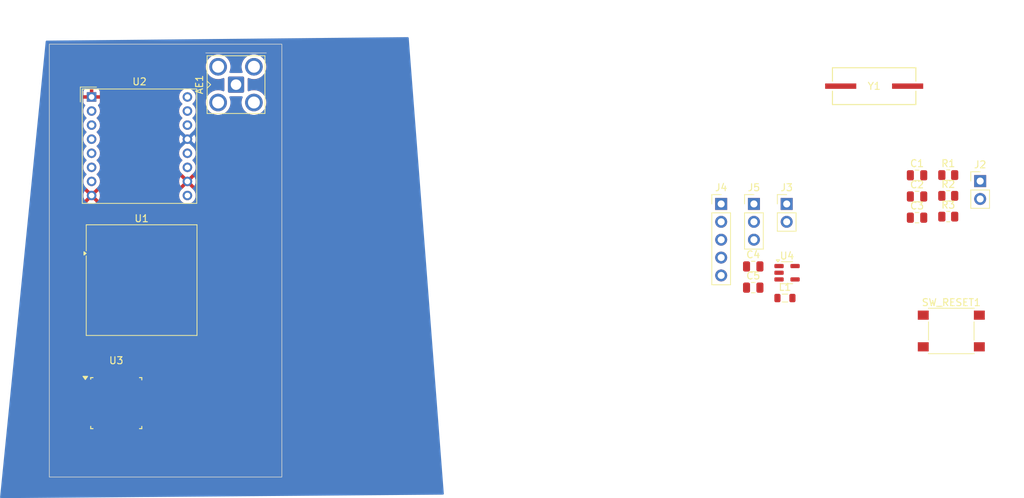
<source format=kicad_pcb>
(kicad_pcb (version 20240108) (generator "pcbnew") (generator_version "8.0")
  (layers (0 "F.Cu" signal) (31 "B.Cu" signal) (34 "B.Paste" user) (35 "F.Paste" user) (36 "B.SilkS" user "B.Silkscreen") (37 "F.SilkS" user "F.Silkscreen") (38 "B.Mask" user) (39 "F.Mask" user) (44 "Edge.Cuts" user))
  (net 0 "")
  (net 1 "Net-(AE1-A)")
  (net 2 "Net-(U3-AREF)")
  (net 3 "GND")
  (net 4 "Net-(U3-XTAL1{slash}PB6)")
  (net 5 "Net-(U3-XTAL2{slash}PB7)")
  (net 6 "INPUT_VOLTAGE")
  (net 7 "+3.3V")
  (net 8 "Net-(J2-Pin_2)")
  (net 9 "Net-(J2-Pin_1)")
  (net 10 "/I2C_SDA")
  (net 11 "/SCK")
  (net 12 "/MOSI")
  (net 13 "/I2C_SCL")
  (net 14 "/MISO")
  (net 15 "Net-(U4-SW)")
  (net 16 "/mcu/RX")
  (net 17 "/mcu/TX")
  (net 18 "Net-(R3-Pad2)")
  (net 19 "/mcu/RESET")
  (net 28 "/transceiver_CS")
  (net 31 "/RESET")
  (footprint "Capacitor_SMD:C_0805_2012Metric" (layer "F.Cu") (at 223.1575 68.63)
    (property "Reference" "C1" (at 0 -1.68 0) (layer "F.SilkS"))
    (property "Value" "100nF")
    (fp_line (start -0.261252 -0.735) (end 0.261252 -0.735) (stroke (width 0.12)) (layer "F.SilkS"))
    (fp_line (start -0.261252 0.735) (end 0.261252 0.735) (stroke (width 0.12)) (layer "F.SilkS"))
    (pad "1" smd roundrect (at -0.95 0) (size 1 1.45) (layers "F.Cu" "F.Paste" "F.Mask") (net 3 "GND"))
    (pad "2" smd roundrect (at 0.95 0) (size 1 1.45) (layers "F.Cu" "F.Paste" "F.Mask") (net 2 "Net-(U3-AREF)"))
  )
  (footprint "Capacitor_SMD:C_0805_2012Metric" (layer "F.Cu") (at 223.1575 74.65)
    (property "Reference" "C3" (at 0 -1.68 0) (layer "F.SilkS"))
    (property "Value" "22pF")
    (fp_line (start -0.261252 -0.735) (end 0.261252 -0.735) (stroke (width 0.12)) (layer "F.SilkS"))
    (fp_line (start -0.261252 0.735) (end 0.261252 0.735) (stroke (width 0.12)) (layer "F.SilkS"))
    (pad "1" smd roundrect (at -0.95 0) (size 1 1.45) (layers "F.Cu" "F.Paste" "F.Mask") (net 5 "Net-(U3-XTAL2{slash}PB7)"))
    (pad "2" smd roundrect (at 0.95 0) (size 1 1.45) (layers "F.Cu" "F.Paste" "F.Mask") (net 3 "GND"))
  )
  (footprint "Package_TO_SOT_SMD:TSOT-23-5" (layer "F.Cu") (at 204.7075 82.475)
    (property "Reference" "U4" (at 0 -2.4 0) (layer "F.SilkS"))
    (property "Value" "LM3670MF")
    (fp_line (start 0 -1.56) (end -0.8 -1.56) (stroke (width 0.12)) (layer "F.SilkS"))
    (fp_line (start 0 -1.56) (end 0.8 -1.56) (stroke (width 0.12)) (layer "F.SilkS"))
    (fp_line (start 0 1.56) (end -0.8 1.56) (stroke (width 0.12)) (layer "F.SilkS"))
    (fp_line (start 0 1.56) (end 0.8 1.56) (stroke (width 0.12)) (layer "F.SilkS"))
    (fp_poly (pts (xy -1.3 -1.51) (xy -1.54 -1.84) (xy -1.06 -1.84) (xy -1.3 -1.51)) (stroke (width 0.12)) (fill solid) (layer "F.SilkS"))
    (pad "1" smd roundrect (at -1.1375 -0.95) (size 1.325 0.6) (layers "F.Cu" "F.Paste" "F.Mask") (net 6 "INPUT_VOLTAGE"))
    (pad "2" smd roundrect (at -1.1375 0) (size 1.325 0.6) (layers "F.Cu" "F.Paste" "F.Mask") (net 3 "GND"))
    (pad "3" smd roundrect (at -1.1375 0.95) (size 1.325 0.6) (layers "F.Cu" "F.Paste" "F.Mask"))
    (pad "4" smd roundrect (at 1.1375 0.95) (size 1.325 0.6) (layers "F.Cu" "F.Paste" "F.Mask") (net 7 "+3.3V"))
    (pad "5" smd roundrect (at 1.1375 -0.95) (size 1.325 0.6) (layers "F.Cu" "F.Paste" "F.Mask") (net 15 "Net-(U4-SW)"))
  )
  (footprint "Connector_Coaxial:SMA_Amphenol_901-143_Horizontal" (layer "F.Cu") (at 126.5 55.75)
    (property "Reference" "AE1" (at -5.2 0 90) (layer "F.SilkS"))
    (property "Value" "Antenna")
    (fp_line (start -4.1 -4.1) (end -4.1 4.1) (stroke (width 0.12)) (layer "F.SilkS"))
    (fp_line (start -4.1 -4.1) (end 4.1 -4.1) (stroke (width 0.12)) (layer "F.SilkS"))
    (fp_line (start -4.1 0.5) (end -3.6 0) (stroke (width 0.12)) (layer "F.SilkS"))
    (fp_line (start -4.1 4.1) (end 4.1 4.1) (stroke (width 0.12)) (layer "F.SilkS"))
    (fp_line (start -3.6 0) (end -4.1 -0.5) (stroke (width 0.12)) (layer "F.SilkS"))
    (fp_line (start 4.1 -4.1) (end 4.1 4.1) (stroke (width 0.12)) (layer "F.SilkS"))
    (fp_line (start 4.3 -4.5) (end -4.3 -4.5) (stroke (width 0.1)) (layer "Edge.Cuts"))
    (pad "1" thru_hole roundrect (at 0 0) (size 2.3 2.3) (drill 1.5) (layers "*.Cu" "*.Mask") (roundrect_rratio 0.087) (net 1 "Net-(AE1-A)"))
    (pad "2" thru_hole circle (at -2.54 -2.54) (size 2.5 2.5) (drill 1.7) (layers "*.Cu" "*.Mask"))
    (pad "2" thru_hole circle (at -2.54 2.54) (size 2.5 2.5) (drill 1.7) (layers "*.Cu" "*.Mask"))
    (pad "2" thru_hole circle (at 2.54 -2.54) (size 2.5 2.5) (drill 1.7) (layers "*.Cu" "*.Mask"))
    (pad "2" thru_hole circle (at 2.54 2.54) (size 2.5 2.5) (drill 1.7) (layers "*.Cu" "*.Mask"))
  )
  (footprint "Inductor_SMD:L_0805_2012Metric" (layer "F.Cu") (at 204.4075 86.07)
    (property "Reference" "L1" (at 0 -1.55 0) (layer "F.SilkS"))
    (property "Value" "2.2 uH")
    (fp_line (start -0.399622 -0.56) (end 0.399622 -0.56) (stroke (width 0.12)) (layer "F.SilkS"))
    (fp_line (start -0.399622 0.56) (end 0.399622 0.56) (stroke (width 0.12)) (layer "F.SilkS"))
    (pad "1" smd roundrect (at -1.0625 0) (size 0.875 1.2) (layers "F.Cu" "F.Paste" "F.Mask") (net 15 "Net-(U4-SW)"))
    (pad "2" smd roundrect (at 1.0625 0) (size 0.875 1.2) (layers "F.Cu" "F.Paste" "F.Mask") (net 7 "+3.3V"))
  )
  (footprint "Capacitor_SMD:C_0805_2012Metric" (layer "F.Cu") (at 199.9075 81.58)
    (property "Reference" "C4" (at 0 -1.68 0) (layer "F.SilkS"))
    (property "Value" "4.7uF")
    (fp_line (start -0.261252 -0.735) (end 0.261252 -0.735) (stroke (width 0.12)) (layer "F.SilkS"))
    (fp_line (start -0.261252 0.735) (end 0.261252 0.735) (stroke (width 0.12)) (layer "F.SilkS"))
    (pad "1" smd roundrect (at -0.95 0) (size 1 1.45) (layers "F.Cu" "F.Paste" "F.Mask") (net 6 "INPUT_VOLTAGE"))
    (pad "2" smd roundrect (at 0.95 0) (size 1 1.45) (layers "F.Cu" "F.Paste" "F.Mask") (net 3 "GND"))
  )
  (footprint "Resistor_SMD:R_0805_2012Metric" (layer "F.Cu") (at 227.5875 74.5)
    (property "Reference" "R3" (at 0 -1.65 0) (layer "F.SilkS"))
    (property "Value" "10k")
    (fp_line (start -0.227064 -0.735) (end 0.227064 -0.735) (stroke (width 0.12)) (layer "F.SilkS"))
    (fp_line (start -0.227064 0.735) (end 0.227064 0.735) (stroke (width 0.12)) (layer "F.SilkS"))
    (pad "1" smd roundrect (at -0.9125 0) (size 1.025 1.4) (layers "F.Cu" "F.Paste" "F.Mask") (roundrect_rratio 0.243902) (net 19 "/mcu/RESET"))
    (pad "2" smd roundrect (at 0.9125 0) (size 1.025 1.4) (layers "F.Cu" "F.Paste" "F.Mask") (roundrect_rratio 0.243902) (net 18 "Net-(R3-Pad2)"))
  )
  (footprint "footprints:XTAL_ABLS-16_ABR" (layer "F.Cu") (at 217.0723 55.9644)
    (property "Reference" "Y1" (at 0 0 0) (layer "F.SilkS"))
    (property "Value" "Crystal")
    (fp_line (start -5.9182 -2.6162) (end -5.9182 -0.71374) (stroke (width 0.1524)) (layer "F.SilkS"))
    (fp_line (start -5.9182 0.71374) (end -5.9182 2.6162) (stroke (width 0.1524)) (layer "F.SilkS"))
    (fp_line (start -5.9182 2.6162) (end 5.9182 2.6162) (stroke (width 0.1524)) (layer "F.SilkS"))
    (fp_line (start 5.9182 -2.6162) (end -5.9182 -2.6162) (stroke (width 0.1524)) (layer "F.SilkS"))
    (fp_line (start 5.9182 -0.71374) (end 5.9182 -2.6162) (stroke (width 0.1524)) (layer "F.SilkS"))
    (fp_line (start 5.9182 2.6162) (end 5.9182 0.71374) (stroke (width 0.1524)) (layer "F.SilkS"))
    (pad "1" smd rect (at -4.7498 0) (size 4.4196 0.762) (layers "F.Cu" "F.Paste" "F.Mask") (net 5 "Net-(U3-XTAL2{slash}PB7)"))
    (pad "2" smd rect (at 4.7498 0) (size 4.4196 0.762) (layers "F.Cu" "F.Paste" "F.Mask") (net 4 "Net-(U3-XTAL1{slash}PB6)"))
  )
  (footprint "Resistor_SMD:R_0805_2012Metric" (layer "F.Cu") (at 227.5875 71.55)
    (property "Reference" "R2" (at 0 -1.65 0) (layer "F.SilkS"))
    (property "Value" "1k")
    (fp_line (start -0.227064 -0.735) (end 0.227064 -0.735) (stroke (width 0.12)) (layer "F.SilkS"))
    (fp_line (start -0.227064 0.735) (end 0.227064 0.735) (stroke (width 0.12)) (layer "F.SilkS"))
    (pad "1" smd roundrect (at -0.9125 0) (size 1.025 1.4) (layers "F.Cu" "F.Paste" "F.Mask") (roundrect_rratio 0.243902) (net 17 "/mcu/TX"))
    (pad "2" smd roundrect (at 0.9125 0) (size 1.025 1.4) (layers "F.Cu" "F.Paste" "F.Mask") (roundrect_rratio 0.243902) (net 9 "Net-(J2-Pin_1)"))
  )
  (footprint "Connector_PinHeader_2.54mm:PinHeader_1x03_P2.54mm_Vertical" (layer "F.Cu") (at 200.0075 72.7)
    (property "Reference" "J5" (at 0 -2.33 0) (layer "F.SilkS"))
    (property "Value" "Conn_01x03_Pin")
    (fp_line (start -1.33 -1.33) (end 0 -1.33) (stroke (width 0.12)) (layer "F.SilkS"))
    (fp_line (start -1.33 0) (end -1.33 -1.33) (stroke (width 0.12)) (layer "F.SilkS"))
    (fp_line (start -1.33 1.27) (end -1.33 6.41) (stroke (width 0.12)) (layer "F.SilkS"))
    (fp_line (start -1.33 1.27) (end 1.33 1.27) (stroke (width 0.12)) (layer "F.SilkS"))
    (fp_line (start -1.33 6.41) (end 1.33 6.41) (stroke (width 0.12)) (layer "F.SilkS"))
    (fp_line (start 1.33 1.27) (end 1.33 6.41) (stroke (width 0.12)) (layer "F.SilkS"))
    (pad "1" thru_hole rect (at 0 0) (size 1.7 1.7) (drill 1) (layers "*.Cu" "*.Mask") (net 6 "INPUT_VOLTAGE"))
    (pad "2" thru_hole oval (at 0 2.54) (size 1.7 1.7) (drill 1) (layers "*.Cu" "*.Mask") (net 7 "+3.3V"))
    (pad "3" thru_hole oval (at 0 5.08) (size 1.7 1.7) (drill 1) (layers "*.Cu" "*.Mask") (net 3 "GND"))
  )
  (footprint "Package_QFP:TQFP-32_7x7mm_P0.8mm" (layer "F.Cu") (at 109.5 101)
    (property "Reference" "U3" (at 0 -6.05 0) (layer "F.SilkS"))
    (property "Value" "ATmega328PB-A")
    (fp_line (start -3.625 -3.625) (end -3.625 -3.4) (stroke (width 0.15)) (layer "F.SilkS"))
    (fp_line (start -3.625 -3.625) (end -3.3 -3.625) (stroke (width 0.15)) (layer "F.SilkS"))
    (fp_line (start -3.625 3.625) (end -3.625 3.3) (stroke (width 0.15)) (layer "F.SilkS"))
    (fp_line (start -3.625 3.625) (end -3.3 3.625) (stroke (width 0.15)) (layer "F.SilkS"))
    (fp_line (start 3.625 -3.625) (end 3.3 -3.625) (stroke (width 0.15)) (layer "F.SilkS"))
    (fp_line (start 3.625 -3.625) (end 3.625 -3.3) (stroke (width 0.15)) (layer "F.SilkS"))
    (fp_line (start 3.625 3.625) (end 3.3 3.625) (stroke (width 0.15)) (layer "F.SilkS"))
    (fp_line (start 3.625 3.625) (end 3.625 3.3) (stroke (width 0.15)) (layer "F.SilkS"))
    (fp_poly (pts (xy -4.39 -3.34) (xy -4.73 -3.81) (xy -4.05 -3.81) (xy -4.39 -3.34)) (stroke (width 0.12)) (fill solid) (layer "F.SilkS"))
    (pad "1" smd rect (at -4.25 -2.8) (size 1.6 0.55) (layers "F.Cu" "F.Paste" "F.Mask"))
    (pad "2" smd rect (at -4.25 -2) (size 1.6 0.55) (layers "F.Cu" "F.Paste" "F.Mask"))
    (pad "3" smd rect (at -4.25 -1.2) (size 1.6 0.55) (layers "F.Cu" "F.Paste" "F.Mask"))
    (pad "4" smd rect (at -4.25 -0.4) (size 1.6 0.55) (layers "F.Cu" "F.Paste" "F.Mask") (net 7 "+3.3V"))
    (pad "5" smd rect (at -4.25 0.4) (size 1.6 0.55) (layers "F.Cu" "F.Paste" "F.Mask") (net 3 "GND"))
    (pad "6" smd rect (at -4.25 1.2) (size 1.6 0.55) (layers "F.Cu" "F.Paste" "F.Mask"))
    (pad "7" smd rect (at -4.25 2) (size 1.6 0.55) (layers "F.Cu" "F.Paste" "F.Mask") (net 4 "Net-(U3-XTAL1{slash}PB6)"))
    (pad "8" smd rect (at -4.25 2.8) (size 1.6 0.55) (layers "F.Cu" "F.Paste" "F.Mask") (net 5 "Net-(U3-XTAL2{slash}PB7)"))
    (pad "9" smd rect (at -2.8 4.25 90) (size 1.6 0.55) (layers "F.Cu" "F.Paste" "F.Mask"))
    (pad "10" smd rect (at -2 4.25 90) (size 1.6 0.55) (layers "F.Cu" "F.Paste" "F.Mask"))
    (pad "11" smd rect (at -1.2 4.25 90) (size 1.6 0.55) (layers "F.Cu" "F.Paste" "F.Mask"))
    (pad "12" smd rect (at -0.4 4.25 90) (size 1.6 0.55) (layers "F.Cu" "F.Paste" "F.Mask"))
    (pad "13" smd rect (at 0.4 4.25 90) (size 1.6 0.55) (layers "F.Cu" "F.Paste" "F.Mask"))
    (pad "14" smd rect (at 1.2 4.25 90) (size 1.6 0.55) (layers "F.Cu" "F.Paste" "F.Mask"))
    (pad "15" smd rect (at 2 4.25 90) (size 1.6 0.55) (layers "F.Cu" "F.Paste" "F.Mask") (net 14 "/MISO"))
    (pad "16" smd rect (at 2.8 4.25 90) (size 1.6 0.55) (layers "F.Cu" "F.Paste" "F.Mask") (net 12 "/MOSI"))
    (pad "17" smd rect (at 4.25 2.8) (size 1.6 0.55) (layers "F.Cu" "F.Paste" "F.Mask") (net 11 "/SCK"))
    (pad "18" smd rect (at 4.25 2) (size 1.6 0.55) (layers "F.Cu" "F.Paste" "F.Mask") (net 7 "+3.3V"))
    (pad "19" smd rect (at 4.25 1.2) (size 1.6 0.55) (layers "F.Cu" "F.Paste" "F.Mask") (net 28 "/transceiver_CS"))
    (pad "20" smd rect (at 4.25 0.4) (size 1.6 0.55) (layers "F.Cu" "F.Paste" "F.Mask") (net 2 "Net-(U3-AREF)"))
    (pad "21" smd rect (at 4.25 -0.4) (size 1.6 0.55) (layers "F.Cu" "F.Paste" "F.Mask") (net 3 "GND"))
    (pad "22" smd rect (at 4.25 -1.2) (size 1.6 0.55) (layers "F.Cu" "F.Paste" "F.Mask"))
    (pad "23" smd rect (at 4.25 -2) (size 1.6 0.55) (layers "F.Cu" "F.Paste" "F.Mask"))
    (pad "24" smd rect (at 4.25 -2.8) (size 1.6 0.55) (layers "F.Cu" "F.Paste" "F.Mask"))
    (pad "25" smd rect (at 2.8 -4.25 90) (size 1.6 0.55) (layers "F.Cu" "F.Paste" "F.Mask"))
    (pad "26" smd rect (at 2 -4.25 90) (size 1.6 0.55) (layers "F.Cu" "F.Paste" "F.Mask"))
    (pad "27" smd rect (at 1.2 -4.25 90) (size 1.6 0.55) (layers "F.Cu" "F.Paste" "F.Mask") (net 10 "/I2C_SDA"))
    (pad "28" smd rect (at 0.4 -4.25 90) (size 1.6 0.55) (layers "F.Cu" "F.Paste" "F.Mask") (net 13 "/I2C_SCL"))
    (pad "29" smd rect (at -0.4 -4.25 90) (size 1.6 0.55) (layers "F.Cu" "F.Paste" "F.Mask") (net 19 "/mcu/RESET"))
    (pad "30" smd rect (at -1.2 -4.25 90) (size 1.6 0.55) (layers "F.Cu" "F.Paste" "F.Mask") (net 16 "/mcu/RX"))
    (pad "31" smd rect (at -2 -4.25 90) (size 1.6 0.55) (layers "F.Cu" "F.Paste" "F.Mask") (net 17 "/mcu/TX"))
    (pad "32" smd rect (at -2.8 -4.25 90) (size 1.6 0.55) (layers "F.Cu" "F.Paste" "F.Mask"))
  )
  (footprint "Connector_PinHeader_2.54mm:PinHeader_1x02_P2.54mm_Vertical" (layer "F.Cu") (at 232.1175 69.45)
    (property "Reference" "J2" (at 0 -2.33 0) (layer "F.SilkS"))
    (property "Value" "Conn_01x02_Pin")
    (fp_line (start -1.33 -1.33) (end 0 -1.33) (stroke (width 0.12)) (layer "F.SilkS"))
    (fp_line (start -1.33 0) (end -1.33 -1.33) (stroke (width 0.12)) (layer "F.SilkS"))
    (fp_line (start -1.33 1.27) (end -1.33 3.87) (stroke (width 0.12)) (layer "F.SilkS"))
    (fp_line (start -1.33 1.27) (end 1.33 1.27) (stroke (width 0.12)) (layer "F.SilkS"))
    (fp_line (start -1.33 3.87) (end 1.33 3.87) (stroke (width 0.12)) (layer "F.SilkS"))
    (fp_line (start 1.33 1.27) (end 1.33 3.87) (stroke (width 0.12)) (layer "F.SilkS"))
    (pad "1" thru_hole rect (at 0 0) (size 1.7 1.7) (drill 1) (layers "*.Cu" "*.Mask") (net 9 "Net-(J2-Pin_1)"))
    (pad "2" thru_hole oval (at 0 2.54) (size 1.7 1.7) (drill 1) (layers "*.Cu" "*.Mask") (net 8 "Net-(J2-Pin_2)"))
  )
  (footprint "RF_Module:HOPERF_RFM9XW_THT" (layer "F.Cu") (at 106 57.5)
    (property "Reference" "U2" (at 6.8 -2.17 0) (layer "F.SilkS"))
    (property "Value" "RFM96W-433S2")
    (fp_line (start -1.6 -1.4) (end 0.7 -1.4) (stroke (width 0.12)) (layer "F.SilkS"))
    (fp_line (start -1.6 0.7) (end -1.6 -1.4) (stroke (width 0.12)) (layer "F.SilkS"))
    (fp_line (start -1.325 -1.125) (end 14.925 -1.125) (stroke (width 0.12)) (layer "F.SilkS"))
    (fp_line (start -1.325 15.125) (end -1.325 -1.125) (stroke (width 0.12)) (layer "F.SilkS"))
    (fp_line (start 14.925 -1.125) (end 14.925 15.125) (stroke (width 0.12)) (layer "F.SilkS"))
    (fp_line (start 14.925 15.125) (end -1.325 15.125) (stroke (width 0.12)) (layer "F.SilkS"))
    (pad "1" thru_hole rect (at 0 0) (size 1.35 1.35) (drill 0.8) (layers "*.Cu" "*.Mask") (net 3 "GND"))
    (pad "2" thru_hole circle (at 0 2) (size 1.35 1.35) (drill 0.8) (layers "*.Cu" "*.Mask") (net 14 "/MISO"))
    (pad "3" thru_hole circle (at 0 4) (size 1.35 1.35) (drill 0.8) (layers "*.Cu" "*.Mask") (net 12 "/MOSI"))
    (pad "4" thru_hole circle (at 0 6) (size 1.35 1.35) (drill 0.8) (layers "*.Cu" "*.Mask") (net 11 "/SCK"))
    (pad "5" thru_hole circle (at 0 8) (size 1.35 1.35) (drill 0.8) (layers "*.Cu" "*.Mask") (net 28 "/transceiver_CS"))
    (pad "6" thru_hole circle (at 0 10) (size 1.35 1.35) (drill 0.8) (layers "*.Cu" "*.Mask") (net 31 "/RESET"))
    (pad "7" thru_hole circle (at 0 12) (size 1.35 1.35) (drill 0.8) (layers "*.Cu" "*.Mask"))
    (pad "8" thru_hole circle (at 0 14) (size 1.35 1.35) (drill 0.8) (layers "*.Cu" "*.Mask") (net 3 "GND"))
    (pad "9" thru_hole circle (at 13.6 14) (size 1.35 1.35) (drill 0.8) (layers "*.Cu" "*.Mask") (net 1 "Net-(AE1-A)"))
    (pad "10" thru_hole circle (at 13.6 12) (size 1.35 1.35) (drill 0.8) (layers "*.Cu" "*.Mask") (net 3 "GND"))
    (pad "11" thru_hole circle (at 13.6 10) (size 1.35 1.35) (drill 0.8) (layers "*.Cu" "*.Mask"))
    (pad "12" thru_hole circle (at 13.6 8) (size 1.35 1.35) (drill 0.8) (layers "*.Cu" "*.Mask"))
    (pad "13" thru_hole circle (at 13.6 6) (size 1.35 1.35) (drill 0.8) (layers "*.Cu" "*.Mask") (net 7 "+3.3V"))
    (pad "14" thru_hole circle (at 13.6 4) (size 1.35 1.35) (drill 0.8) (layers "*.Cu" "*.Mask"))
    (pad "15" thru_hole circle (at 13.6 2) (size 1.35 1.35) (drill 0.8) (layers "*.Cu" "*.Mask"))
    (pad "16" thru_hole circle (at 13.6 0) (size 1.35 1.35) (drill 0.8) (layers "*.Cu" "*.Mask"))
  )
  (footprint "Capacitor_SMD:C_0805_2012Metric" (layer "F.Cu") (at 199.9075 84.59)
    (property "Reference" "C5" (at 0 -1.68 0) (layer "F.SilkS"))
    (property "Value" "10 uF")
    (fp_line (start -0.261252 -0.735) (end 0.261252 -0.735) (stroke (width 0.12)) (layer "F.SilkS"))
    (fp_line (start -0.261252 0.735) (end 0.261252 0.735) (stroke (width 0.12)) (layer "F.SilkS"))
    (pad "1" smd roundrect (at -0.95 0) (size 1 1.45) (layers "F.Cu" "F.Paste" "F.Mask") (net 7 "+3.3V"))
    (pad "2" smd roundrect (at 0.95 0) (size 1 1.45) (layers "F.Cu" "F.Paste" "F.Mask") (net 3 "GND"))
  )
  (footprint "Connector_PinHeader_2.54mm:PinHeader_1x02_P2.54mm_Vertical" (layer "F.Cu") (at 204.6575 72.7)
    (property "Reference" "J3" (at 0 -2.33 0) (layer "F.SilkS"))
    (property "Value" "Conn_01x02_Pin")
    (fp_line (start -1.33 -1.33) (end 0 -1.33) (stroke (width 0.12)) (layer "F.SilkS"))
    (fp_line (start -1.33 0) (end -1.33 -1.33) (stroke (width 0.12)) (layer "F.SilkS"))
    (fp_line (start -1.33 1.27) (end -1.33 3.87) (stroke (width 0.12)) (layer "F.SilkS"))
    (fp_line (start -1.33 1.27) (end 1.33 1.27) (stroke (width 0.12)) (layer "F.SilkS"))
    (fp_line (start -1.33 3.87) (end 1.33 3.87) (stroke (width 0.12)) (layer "F.SilkS"))
    (fp_line (start 1.33 1.27) (end 1.33 3.87) (stroke (width 0.12)) (layer "F.SilkS"))
    (pad "1" thru_hole rect (at 0 0) (size 1.7 1.7) (drill 1) (layers "*.Cu" "*.Mask") (net 6 "INPUT_VOLTAGE"))
    (pad "2" thru_hole oval (at 0 2.54) (size 1.7 1.7) (drill 1) (layers "*.Cu" "*.Mask") (net 3 "GND"))
  )
  (footprint "Connector_PinHeader_2.54mm:PinHeader_1x05_P2.54mm_Vertical" (layer "F.Cu") (at 195.3575 72.7)
    (property "Reference" "J4" (at 0 -2.33 0) (layer "F.SilkS"))
    (property "Value" "Conn_01x05_Pin")
    (fp_line (start -1.33 -1.33) (end 0 -1.33) (stroke (width 0.12)) (layer "F.SilkS"))
    (fp_line (start -1.33 0) (end -1.33 -1.33) (stroke (width 0.12)) (layer "F.SilkS"))
    (fp_line (start -1.33 1.27) (end -1.33 11.49) (stroke (width 0.12)) (layer "F.SilkS"))
    (fp_line (start -1.33 1.27) (end 1.33 1.27) (stroke (width 0.12)) (layer "F.SilkS"))
    (fp_line (start -1.33 11.49) (end 1.33 11.49) (stroke (width 0.12)) (layer "F.SilkS"))
    (fp_line (start 1.33 1.27) (end 1.33 11.49) (stroke (width 0.12)) (layer "F.SilkS"))
    (pad "1" thru_hole rect (at 0 0) (size 1.7 1.7) (drill 1) (layers "*.Cu" "*.Mask") (net 14 "/MISO"))
    (pad "2" thru_hole oval (at 0 2.54) (size 1.7 1.7) (drill 1) (layers "*.Cu" "*.Mask") (net 12 "/MOSI"))
    (pad "3" thru_hole oval (at 0 5.08) (size 1.7 1.7) (drill 1) (layers "*.Cu" "*.Mask") (net 11 "/SCK"))
    (pad "4" thru_hole oval (at 0 7.62) (size 1.7 1.7) (drill 1) (layers "*.Cu" "*.Mask") (net 13 "/I2C_SCL"))
    (pad "5" thru_hole oval (at 0 10.16) (size 1.7 1.7) (drill 1) (layers "*.Cu" "*.Mask") (net 10 "/I2C_SDA"))
  )
  (footprint "RF_GPS:ublox_SAM-M8Q" (layer "F.Cu") (at 113.1 83.525)
    (property "Reference" "U1" (at 0 -8.75 0) (layer "F.SilkS"))
    (property "Value" "SAM-M8Q")
    (fp_line (start -7.86 -7.86) (end -7.86 -4.15) (stroke (width 0.12)) (layer "F.SilkS"))
    (fp_line (start -7.86 -7.86) (end 7.86 -7.86) (stroke (width 0.12)) (layer "F.SilkS"))
    (fp_line (start -7.86 -3.45) (end -7.86 7.86) (stroke (width 0.12)) (layer "F.SilkS"))
    (fp_line (start -7.86 7.86) (end 7.86 7.86) (stroke (width 0.12)) (layer "F.SilkS"))
    (fp_line (start 7.86 -7.86) (end 7.86 7.86) (stroke (width 0.12)) (layer "F.SilkS"))
    (fp_poly (pts (xy -7.86 -3.8) (xy -8.19 -3.56) (xy -8.19 -4.04) (xy -7.86 -3.8)) (stroke (width 0.12)) (fill solid) (layer "F.SilkS"))
    (pad "1" smd rect (at -6.6 -3.8) (size 1.8 1.5) (layers "F.Cu" "F.Mask") (net 3 "GND"))
    (pad "2" smd rect (at -6.6 -1.9) (size 1.8 1.5) (layers "F.Cu" "F.Mask") (net 7 "+3.3V"))
    (pad "3" smd rect (at -6.6 0) (size 1.8 1.5) (layers "F.Cu" "F.Mask") (net 7 "+3.3V"))
    (pad "4" smd rect (at -6.6 1.9) (size 1.8 1.5) (layers "F.Cu" "F.Mask") (net 3 "GND"))
    (pad "5" smd rect (at -6.6 3.8) (size 1.8 1.5) (layers "F.Cu" "F.Mask") (net 3 "GND"))
    (pad "6" smd rect (at -3.8 6.6) (size 1.5 1.8) (layers "F.Cu" "F.Mask") (net 3 "GND"))
    (pad "7" smd rect (at -1.9 6.6) (size 1.5 1.8) (layers "F.Cu" "F.Mask"))
    (pad "8" smd rect (at 0 6.6) (size 1.5 1.8) (layers "F.Cu" "F.Mask"))
    (pad "9" smd rect (at 1.9 6.6) (size 1.5 1.8) (layers "F.Cu" "F.Mask") (net 10 "/I2C_SDA"))
    (pad "10" smd rect (at 3.8 6.6) (size 1.5 1.8) (layers "F.Cu" "F.Mask") (net 3 "GND"))
    (pad "11" smd rect (at 6.6 3.8) (size 1.8 1.5) (layers "F.Cu" "F.Mask") (net 3 "GND"))
    (pad "12" smd rect (at 6.6 1.9) (size 1.8 1.5) (layers "F.Cu" "F.Mask") (net 13 "/I2C_SCL"))
    (pad "13" smd rect (at 6.6 0) (size 1.8 1.5) (layers "F.Cu" "F.Mask"))
    (pad "14" smd rect (at 6.6 -1.9) (size 1.8 1.5) (layers "F.Cu" "F.Mask"))
    (pad "15" smd rect (at 6.6 -3.8) (size 1.8 1.5) (layers "F.Cu" "F.Mask") (net 3 "GND"))
    (pad "16" smd rect (at 3.8 -6.6) (size 1.5 1.8) (layers "F.Cu" "F.Mask") (net 3 "GND"))
    (pad "17" smd rect (at 1.9 -6.6) (size 1.5 1.8) (layers "F.Cu" "F.Mask") (net 7 "+3.3V"))
    (pad "18" smd rect (at 0 -6.6) (size 1.5 1.8) (layers "F.Cu" "F.Mask"))
    (pad "19" smd rect (at -1.9 -6.6) (size 1.5 1.8) (layers "F.Cu" "F.Mask"))
    (pad "20" smd rect (at -3.8 -6.6) (size 1.5 1.8) (layers "F.Cu" "F.Mask") (net 3 "GND"))
  )
  (footprint "Capacitor_SMD:C_0805_2012Metric" (layer "F.Cu") (at 223.1575 71.64)
    (property "Reference" "C2" (at 0 -1.68 0) (layer "F.SilkS"))
    (property "Value" "22pF")
    (fp_line (start -0.261252 -0.735) (end 0.261252 -0.735) (stroke (width 0.12)) (layer "F.SilkS"))
    (fp_line (start -0.261252 0.735) (end 0.261252 0.735) (stroke (width 0.12)) (layer "F.SilkS"))
    (pad "1" smd roundrect (at -0.95 0) (size 1 1.45) (layers "F.Cu" "F.Paste" "F.Mask") (net 4 "Net-(U3-XTAL1{slash}PB6)"))
    (pad "2" smd roundrect (at 0.95 0) (size 1 1.45) (layers "F.Cu" "F.Paste" "F.Mask") (net 3 "GND"))
  )
  (footprint "Resistor_SMD:R_0805_2012Metric" (layer "F.Cu") (at 227.5875 68.6)
    (property "Reference" "R1" (at 0 -1.65 0) (layer "F.SilkS"))
    (property "Value" "1k")
    (fp_line (start -0.227064 -0.735) (end 0.227064 -0.735) (stroke (width 0.12)) (layer "F.SilkS"))
    (fp_line (start -0.227064 0.735) (end 0.227064 0.735) (stroke (width 0.12)) (layer "F.SilkS"))
    (pad "1" smd roundrect (at -0.9125 0) (size 1.025 1.4) (layers "F.Cu" "F.Paste" "F.Mask") (roundrect_rratio 0.243902) (net 16 "/mcu/RX"))
    (pad "2" smd roundrect (at 0.9125 0) (size 1.025 1.4) (layers "F.Cu" "F.Paste" "F.Mask") (roundrect_rratio 0.243902) (net 8 "Net-(J2-Pin_2)"))
  )
  (footprint "Button_Switch_SMD:SW_SPST_PTS645" (layer "F.Cu") (at 228.02 90.75)
    (property "Reference" "SW_RESET1" (at 0 -4.05 0) (layer "F.SilkS"))
    (property "Value" "SW_Push")
    (fp_line (start -3.23 -3.23) (end 3.23 -3.23) (stroke (width 0.12)) (layer "F.SilkS"))
    (fp_line (start -3.23 -3.2) (end -3.23 -3.23) (stroke (width 0.12)) (layer "F.SilkS"))
    (fp_line (start -3.23 -1.3) (end -3.23 1.3) (stroke (width 0.12)) (layer "F.SilkS"))
    (fp_line (start -3.23 3.23) (end -3.23 3.2) (stroke (width 0.12)) (layer "F.SilkS"))
    (fp_line (start -3.23 3.23) (end 3.23 3.23) (stroke (width 0.12)) (layer "F.SilkS"))
    (fp_line (start 3.23 -3.23) (end 3.23 -3.2) (stroke (width 0.12)) (layer "F.SilkS"))
    (fp_line (start 3.23 -1.3) (end 3.23 1.3) (stroke (width 0.12)) (layer "F.SilkS"))
    (fp_line (start 3.23 3.23) (end 3.23 3.2) (stroke (width 0.12)) (layer "F.SilkS"))
    (pad "1" smd rect (at -3.98 -2.25) (size 1.55 1.3) (layers "F.Cu" "F.Paste" "F.Mask") (net 7 "+3.3V"))
    (pad "1" smd rect (at 3.98 -2.25) (size 1.55 1.3) (layers "F.Cu" "F.Paste" "F.Mask") (net 7 "+3.3V"))
    (pad "2" smd rect (at -3.98 2.25) (size 1.55 1.3) (layers "F.Cu" "F.Paste" "F.Mask") (net 18 "Net-(R3-Pad2)"))
    (pad "2" smd rect (at 3.98 2.25) (size 1.55 1.3) (layers "F.Cu" "F.Paste" "F.Mask") (net 18 "Net-(R3-Pad2)"))
  )
  (gr_rect (start 100 50) (end 133 111.5) (stroke (width 0.1)) (fill none) (layer "Edge.Cuts"))
  (zone (net 3) (net_name "GND") (layer "F.Cu") (connect_pads (clearance 0.508)) (min_thickness 0.25) (fill yes (thermal_gap 0.5) (thermal_bridge_width 0.5) (island_removal_mode 1) (island_area_min 10))
    (polygon (pts (xy 100 50) (xy 150 50) (xy 150 111.5) (xy 100 111.5)))
  )
  (zone (net 7) (net_name "+3.3V") (layer "B.Cu") (priority 1) (connect_pads (clearance 0.508)) (min_thickness 0.25) (fill yes (thermal_gap 0.5) (thermal_bridge_width 0.5) (island_removal_mode 1) (island_area_min 10))
    (polygon (pts (xy 99.5 49.5) (xy 151 49) (xy 156 114) (xy 93 114.5)))
  )
)
</source>
